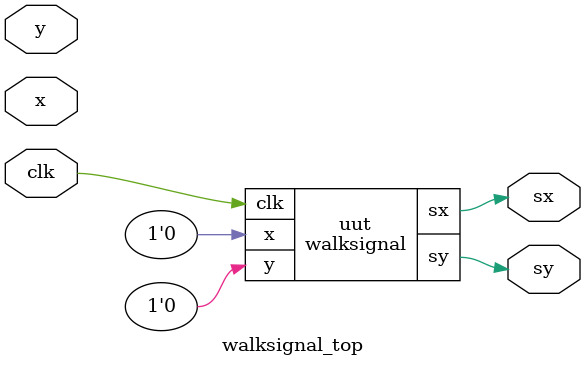
<source format=v>
module walksignal(
  input clk, x, y,
  output reg [0:0] sx, sy
  );
  always @(posedge clk)
    begin
      if((x==0)&(y==0))
        begin
          sx <= 0;
          sy <= 0;
        end
      if((x==1)&(y==0))
        begin
          sx <= x;
          sy <= y;
        end
      if((x==0)&(y==1))
        begin
          sx <= x;
          sy <= y;
        end
      if((x==1)&(y==1))
        begin
          sx <= x;
          sy <= x;
        end
    end
endmodule

module walksignal_top(
  input clk, x, y,
  output reg sx, sy
);
  walksignal uut(clk, 0, 0, sx,sy);
endmodule
</source>
